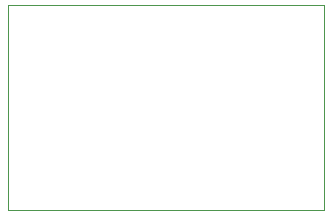
<source format=gbr>
G04 #@! TF.GenerationSoftware,KiCad,Pcbnew,(5.1.6)-1*
G04 #@! TF.CreationDate,2021-09-25T22:06:40+02:00*
G04 #@! TF.ProjectId,nrfmodule,6e72666d-6f64-4756-9c65-2e6b69636164,rev?*
G04 #@! TF.SameCoordinates,Original*
G04 #@! TF.FileFunction,Profile,NP*
%FSLAX46Y46*%
G04 Gerber Fmt 4.6, Leading zero omitted, Abs format (unit mm)*
G04 Created by KiCad (PCBNEW (5.1.6)-1) date 2021-09-25 22:06:40*
%MOMM*%
%LPD*%
G01*
G04 APERTURE LIST*
G04 #@! TA.AperFunction,Profile*
%ADD10C,0.050000*%
G04 #@! TD*
G04 APERTURE END LIST*
D10*
X139280000Y-109380000D02*
X166050000Y-109380000D01*
X139290000Y-92090000D02*
X139280000Y-109380000D01*
X166050000Y-92090000D02*
X139290000Y-92090000D01*
X166050000Y-109380000D02*
X166050000Y-92090000D01*
M02*

</source>
